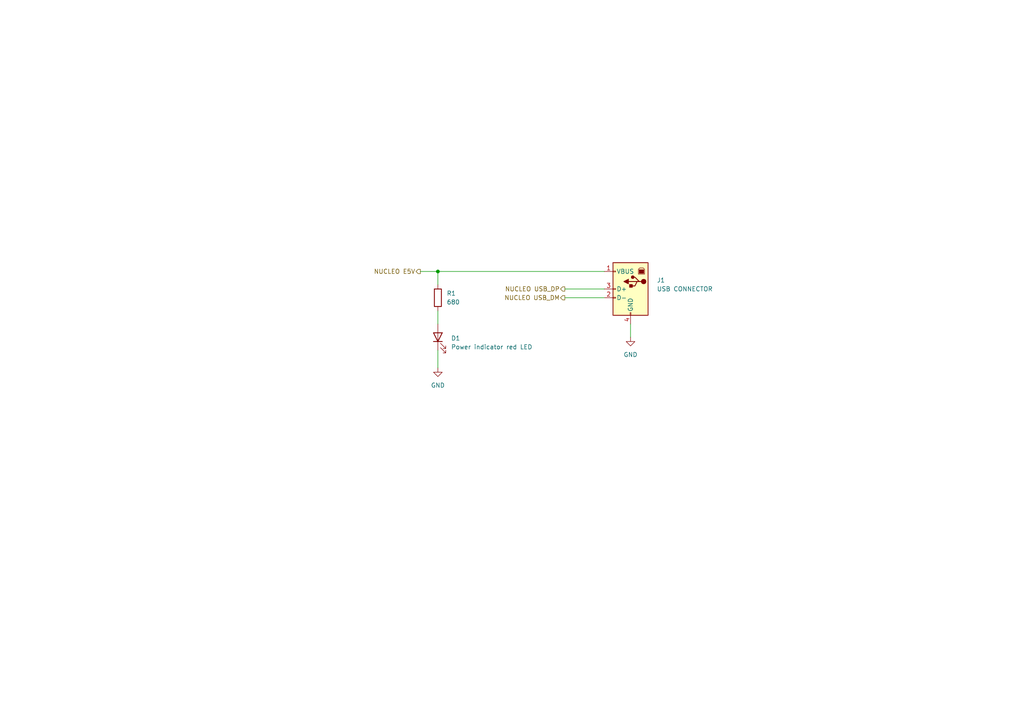
<source format=kicad_sch>
(kicad_sch (version 20211123) (generator eeschema)
  (paper "A4")
  (lib_symbols
    (symbol "Connector:USB_B" (pin_names (offset 1.016))
      (property "Reference" "J1" (at 6.35 1.2701 0))
      (property "Value" "USB_B" (at 6.35 -1.2699 0))
      (symbol "USB_B_0_1"
        (rectangle (start -5.08 -7.62) (end 5.08 7.62) (stroke (width 0.254)) (fill (type background)))
        (circle (center -3.81 2.159) (radius 0.635) (stroke (width 0.254)) (fill (type outline)))
        (rectangle (start -3.81 5.588) (end -2.54 4.572) (fill (type outline)))
        (circle (center -0.635 3.429) (radius 0.381) (stroke (width 0.254)) (fill (type outline)))
        (rectangle (start -0.127 -7.62) (end 0.127 -6.858))
        (polyline (pts (xy -1.905 2.159) (xy 0.635 2.159)) (stroke (width 0.254)))
        (polyline (pts (xy -3.175 2.159) (xy -2.54 2.159) (xy -1.27 3.429) (xy -0.635 3.429)) (stroke (width 0.254)))
        (polyline (pts (xy -2.54 2.159) (xy -1.905 2.159) (xy -1.27 0.889) (xy 0 0.889)) (stroke (width 0.254)))
        (polyline (pts (xy 0.635 2.794) (xy 0.635 1.524) (xy 1.905 2.159) (xy 0.635 2.794)) (stroke (width 0.254)) (fill (type outline)))
        (polyline (pts (xy -4.064 4.318) (xy -2.286 4.318) (xy -2.286 5.715) (xy -2.667 6.096) (xy -3.683 6.096) (xy -4.064 5.715) (xy -4.064 4.318)))
        (rectangle (start 0.254 1.27) (end -0.508 0.508) (stroke (width 0.254)) (fill (type outline)))
        (rectangle (start 5.08 -2.667) (end 4.318 -2.413))
        (rectangle (start 5.08 -0.127) (end 4.318 0.127))
        (rectangle (start 5.08 4.953) (end 4.318 5.207))
      )
      (symbol "USB_B_1_1"
        (pin power_out line (at 7.62 5.08 180) (length 2.54) (name "VBUS") (number "1"))
        (pin bidirectional line (at 7.62 -2.54 180) (length 2.54) (name "D-") (number "2"))
        (pin bidirectional line (at 7.62 0 180) (length 2.54) (name "D+") (number "3"))
        (pin power_out line (at 0 -10.16 90) (length 2.54) (name "GND") (number "4"))
      )
    )
    (symbol "Device:LED" (pin_numbers hide) (pin_names (offset 1.016) hide)
      (property "Reference" "D" (at 0 2.54 0))
      (property "Value" "LED" (at 0 -2.54 0))
      (symbol "LED_0_1"
        (polyline (pts (xy -1.27 -1.27) (xy -1.27 1.27)) (stroke (width 0.254)))
        (polyline (pts (xy -1.27 0) (xy 1.27 0)))
        (polyline (pts (xy 1.27 -1.27) (xy 1.27 1.27) (xy -1.27 0) (xy 1.27 -1.27)) (stroke (width 0.254)))
        (polyline (pts (xy -3.048 -0.762) (xy -4.572 -2.286) (xy -3.81 -2.286) (xy -4.572 -2.286) (xy -4.572 -1.524)))
        (polyline (pts (xy -1.778 -0.762) (xy -3.302 -2.286) (xy -2.54 -2.286) (xy -3.302 -2.286) (xy -3.302 -1.524)))
      )
      (symbol "LED_1_1"
        (pin passive line (at -3.81 0 0) (length 2.54) (name "K") (number "1"))
        (pin passive line (at 3.81 0 180) (length 2.54) (name "A") (number "2"))
      )
    )
    (symbol "Device:R" (pin_numbers hide) (pin_names (offset 0))
      (property "Reference" "R" (at 2.032 0 90))
      (property "Value" "R" (at 0 0 90))
      (symbol "R_0_1"
        (rectangle (start -1.016 -2.54) (end 1.016 2.54) (stroke (width 0.254)))
      )
      (symbol "R_1_1"
        (pin passive line (at 0 3.81 270) (length 1.27) (name "~") (number "1"))
        (pin passive line (at 0 -3.81 90) (length 1.27) (name "~") (number "2"))
      )
    )
    (symbol "power:GND" (power) (pin_names (offset 0))
      (property "Value" "GND" (at 0 -3.81 0))
      (symbol "GND_0_1"
        (polyline (pts (xy 0 0) (xy 0 -1.27) (xy 1.27 -1.27) (xy 0 -2.54) (xy -1.27 -1.27) (xy 0 -1.27)))
      )
      (symbol "GND_1_1"
        (pin power_in line (at 0 0 270) (length 0) hide (name "GND") (number "1"))
      )
    )
  )
  (junction (at 127 78.74))
  (wire (pts (xy 163.83 86.36) (xy 175.26 86.36)))
  (wire (pts (xy 127 101.6) (xy 127 106.68)))
  (wire (pts (xy 127 78.74) (xy 127 82.55)))
  (wire (pts (xy 127 90.17) (xy 127 93.98)))
  (wire (pts (xy 182.88 93.98) (xy 182.88 97.79)))
  (wire (pts (xy 163.83 83.82) (xy 175.26 83.82)))
  (wire (pts (xy 127 78.74) (xy 175.26 78.74)))
  (wire (pts (xy 121.92 78.74) (xy 127 78.74)))
  (hierarchical_label "NUCLEO USB_DM" (shape output) (at 163.83 86.36 180))
  (hierarchical_label "NUCLEO USB_DP" (shape output) (at 163.83 83.82 180))
  (hierarchical_label "NUCLEO E5V" (shape output) (at 121.92 78.74 180))
  (symbol (lib_id "Device:R") (at 127 86.36 180) (unit 1)
    (property "Reference" "R1" (at 129.54 85.0899 0) (effects (justify right)))
    (property "Value" "680" (at 129.54 87.6299 0) (effects (justify right)))
  )
  (symbol (lib_id "Device:LED") (at 127 97.79 90) (unit 1)
    (property "Reference" "D1" (at 130.81 98.1074 90) (effects (justify right)))
    (property "Value" "Power indicator red LED" (at 130.81 100.6474 90) (effects (justify right)))
  )
  (symbol (lib_id "Connector:USB_B") (at 182.88 83.82 0) (mirror y) (unit 1)
    (property "Reference" "J1" (at 190.5 81.28 0) (effects (justify right)))
    (property "Value" "USB CONNECTOR" (at 190.5 83.82 0) (effects (justify right)))
    (property "Datasheet" " ~" (effects hide))
  )
  (symbol (lib_id "power:GND") (at 182.88 97.79 0) (unit 1)
    (property "Reference" "#PWR?" (effects hide))
    (property "Value" "GND" (at 182.88 102.87 0))
  )
  (symbol (lib_id "power:GND") (at 127 106.68 0) (unit 1)
    (property "Reference" "#PWR?" (effects hide))
    (property "Value" "GND" (at 127 111.76 0))
  )
)
</source>
